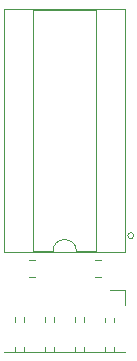
<source format=gbr>
G04 #@! TF.GenerationSoftware,KiCad,Pcbnew,(5.1.5-0-10_14)*
G04 #@! TF.CreationDate,2020-05-05T19:22:01-07:00*
G04 #@! TF.ProjectId,N64 CIC Breakout,4e363420-4349-4432-9042-7265616b6f75,rev?*
G04 #@! TF.SameCoordinates,Original*
G04 #@! TF.FileFunction,Legend,Top*
G04 #@! TF.FilePolarity,Positive*
%FSLAX46Y46*%
G04 Gerber Fmt 4.6, Leading zero omitted, Abs format (unit mm)*
G04 Created by KiCad (PCBNEW (5.1.5-0-10_14)) date 2020-05-05 19:22:01*
%MOMM*%
%LPD*%
G04 APERTURE LIST*
%ADD10C,0.120000*%
G04 APERTURE END LIST*
D10*
X154432000Y-116078000D02*
G75*
G03X154432000Y-116078000I-254000J0D01*
G01*
X153670000Y-120650000D02*
X153670000Y-121920000D01*
X152400000Y-120650000D02*
X153670000Y-120650000D01*
X144400000Y-122962929D02*
X144400000Y-123417071D01*
X145160000Y-122962929D02*
X145160000Y-123417071D01*
X144400000Y-125502929D02*
X144400000Y-125900000D01*
X145160000Y-125502929D02*
X145160000Y-125900000D01*
X146940000Y-122962929D02*
X146940000Y-123417071D01*
X147700000Y-122962929D02*
X147700000Y-123417071D01*
X146940000Y-125502929D02*
X146940000Y-125900000D01*
X147700000Y-125502929D02*
X147700000Y-125900000D01*
X149480000Y-122962929D02*
X149480000Y-123417071D01*
X150240000Y-122962929D02*
X150240000Y-123417071D01*
X149480000Y-125502929D02*
X149480000Y-125900000D01*
X150240000Y-125502929D02*
X150240000Y-125900000D01*
X152020000Y-123030000D02*
X152020000Y-123417071D01*
X152780000Y-123030000D02*
X152780000Y-123417071D01*
X152020000Y-125502929D02*
X152020000Y-125900000D01*
X152780000Y-125502929D02*
X152780000Y-125900000D01*
X153730000Y-125900000D02*
X143450000Y-125900000D01*
X151642578Y-118162000D02*
X151125422Y-118162000D01*
X151642578Y-119582000D02*
X151125422Y-119582000D01*
X145537422Y-119582000D02*
X146054578Y-119582000D01*
X145537422Y-118162000D02*
X146054578Y-118162000D01*
X143450000Y-117468000D02*
X153730000Y-117468000D01*
X143450000Y-96908000D02*
X143450000Y-117468000D01*
X153730000Y-96908000D02*
X143450000Y-96908000D01*
X153730000Y-117468000D02*
X153730000Y-96908000D01*
X145940000Y-117408000D02*
X147590000Y-117408000D01*
X145940000Y-96968000D02*
X145940000Y-117408000D01*
X151240000Y-96968000D02*
X145940000Y-96968000D01*
X151240000Y-117408000D02*
X151240000Y-96968000D01*
X149590000Y-117408000D02*
X151240000Y-117408000D01*
X147590000Y-117408000D02*
G75*
G02X149590000Y-117408000I1000000J0D01*
G01*
M02*

</source>
